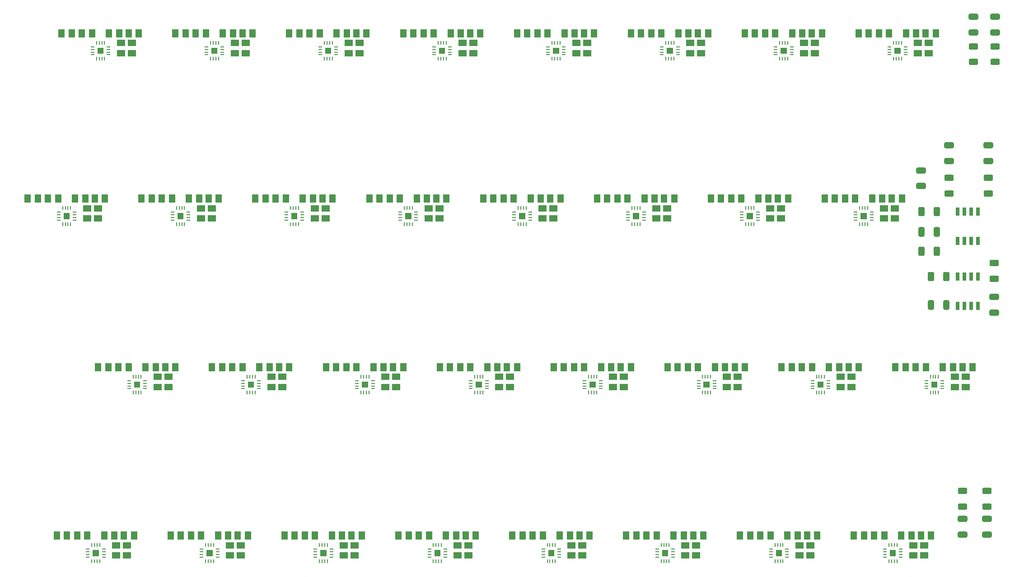
<source format=gbr>
%TF.GenerationSoftware,KiCad,Pcbnew,7.0.0*%
%TF.CreationDate,2024-03-13T15:59:32+01:00*%
%TF.ProjectId,TDM_board,54444d5f-626f-4617-9264-2e6b69636164,rev?*%
%TF.SameCoordinates,Original*%
%TF.FileFunction,Paste,Top*%
%TF.FilePolarity,Positive*%
%FSLAX46Y46*%
G04 Gerber Fmt 4.6, Leading zero omitted, Abs format (unit mm)*
G04 Created by KiCad (PCBNEW 7.0.0) date 2024-03-13 15:59:32*
%MOMM*%
%LPD*%
G01*
G04 APERTURE LIST*
G04 Aperture macros list*
%AMRoundRect*
0 Rectangle with rounded corners*
0 $1 Rounding radius*
0 $2 $3 $4 $5 $6 $7 $8 $9 X,Y pos of 4 corners*
0 Add a 4 corners polygon primitive as box body*
4,1,4,$2,$3,$4,$5,$6,$7,$8,$9,$2,$3,0*
0 Add four circle primitives for the rounded corners*
1,1,$1+$1,$2,$3*
1,1,$1+$1,$4,$5*
1,1,$1+$1,$6,$7*
1,1,$1+$1,$8,$9*
0 Add four rect primitives between the rounded corners*
20,1,$1+$1,$2,$3,$4,$5,0*
20,1,$1+$1,$4,$5,$6,$7,0*
20,1,$1+$1,$6,$7,$8,$9,0*
20,1,$1+$1,$8,$9,$2,$3,0*%
G04 Aperture macros list end*
%ADD10R,1.240000X1.500000*%
%ADD11R,0.280000X0.800000*%
%ADD12R,0.800000X0.280000*%
%ADD13RoundRect,0.250000X-0.650000X0.325000X-0.650000X-0.325000X0.650000X-0.325000X0.650000X0.325000X0*%
%ADD14R,1.500000X1.240000*%
%ADD15RoundRect,0.250000X0.650000X-0.325000X0.650000X0.325000X-0.650000X0.325000X-0.650000X-0.325000X0*%
%ADD16RoundRect,0.250000X0.312500X0.625000X-0.312500X0.625000X-0.312500X-0.625000X0.312500X-0.625000X0*%
%ADD17RoundRect,0.250000X0.625000X-0.312500X0.625000X0.312500X-0.625000X0.312500X-0.625000X-0.312500X0*%
%ADD18RoundRect,0.250000X0.325000X0.650000X-0.325000X0.650000X-0.325000X-0.650000X0.325000X-0.650000X0*%
%ADD19RoundRect,0.250000X-0.625000X0.312500X-0.625000X-0.312500X0.625000X-0.312500X0.625000X0.312500X0*%
%ADD20R,0.700000X1.550000*%
G04 APERTURE END LIST*
%TO.C,U21*%
G36*
X158859419Y-95567562D02*
G01*
X157716419Y-95567562D01*
X157716419Y-94424562D01*
X158859419Y-94424562D01*
X158859419Y-95567562D01*
G37*
%TO.C,U19*%
G36*
X116164213Y-95567562D02*
G01*
X115021213Y-95567562D01*
X115021213Y-94424562D01*
X116164213Y-94424562D01*
X116164213Y-95567562D01*
G37*
%TO.C,U18*%
G36*
X94816610Y-95567562D02*
G01*
X93673610Y-95567562D01*
X93673610Y-94424562D01*
X94816610Y-94424562D01*
X94816610Y-95567562D01*
G37*
%TO.C,U2*%
G36*
X87954577Y-32914796D02*
G01*
X86811577Y-32914796D01*
X86811577Y-31771796D01*
X87954577Y-31771796D01*
X87954577Y-32914796D01*
G37*
%TO.C,U32*%
G36*
X215126494Y-127194500D02*
G01*
X213983494Y-127194500D01*
X213983494Y-126051500D01*
X215126494Y-126051500D01*
X215126494Y-127194500D01*
G37*
%TO.C,U14*%
G36*
X166969738Y-63931276D02*
G01*
X165826738Y-63931276D01*
X165826738Y-62788276D01*
X166969738Y-62788276D01*
X166969738Y-63931276D01*
G37*
%TO.C,U4*%
G36*
X130632731Y-32914796D02*
G01*
X129489731Y-32914796D01*
X129489731Y-31771796D01*
X130632731Y-31771796D01*
X130632731Y-32914796D01*
G37*
%TO.C,U13*%
G36*
X145627500Y-63931276D02*
G01*
X144484500Y-63931276D01*
X144484500Y-62788276D01*
X145627500Y-62788276D01*
X145627500Y-63931276D01*
G37*
%TO.C,U10*%
G36*
X81600786Y-63931276D02*
G01*
X80457786Y-63931276D01*
X80457786Y-62788276D01*
X81600786Y-62788276D01*
X81600786Y-63931276D01*
G37*
%TO.C,U28*%
G36*
X129750498Y-127194500D02*
G01*
X128607498Y-127194500D01*
X128607498Y-126051500D01*
X129750498Y-126051500D01*
X129750498Y-127194500D01*
G37*
%TO.C,U5*%
G36*
X151971808Y-32914796D02*
G01*
X150828808Y-32914796D01*
X150828808Y-31771796D01*
X151971808Y-31771796D01*
X151971808Y-32914796D01*
G37*
%TO.C,U1*%
G36*
X66615500Y-32914796D02*
G01*
X65472500Y-32914796D01*
X65472500Y-31771796D01*
X66615500Y-31771796D01*
X66615500Y-32914796D01*
G37*
%TO.C,U6*%
G36*
X173310885Y-32914796D02*
G01*
X172167885Y-32914796D01*
X172167885Y-31771796D01*
X173310885Y-31771796D01*
X173310885Y-32914796D01*
G37*
%TO.C,U9*%
G36*
X60258548Y-63931276D02*
G01*
X59115548Y-63931276D01*
X59115548Y-62788276D01*
X60258548Y-62788276D01*
X60258548Y-63931276D01*
G37*
%TO.C,U8*%
G36*
X215989040Y-32914796D02*
G01*
X214846040Y-32914796D01*
X214846040Y-31771796D01*
X215989040Y-31771796D01*
X215989040Y-32914796D01*
G37*
%TO.C,U23*%
G36*
X201554625Y-95567562D02*
G01*
X200411625Y-95567562D01*
X200411625Y-94424562D01*
X201554625Y-94424562D01*
X201554625Y-95567562D01*
G37*
%TO.C,U11*%
G36*
X102943024Y-63931276D02*
G01*
X101800024Y-63931276D01*
X101800024Y-62788276D01*
X102943024Y-62788276D01*
X102943024Y-63931276D01*
G37*
%TO.C,U20*%
G36*
X137511816Y-95567562D02*
G01*
X136368816Y-95567562D01*
X136368816Y-94424562D01*
X137511816Y-94424562D01*
X137511816Y-95567562D01*
G37*
%TO.C,U31*%
G36*
X193782495Y-127194500D02*
G01*
X192639495Y-127194500D01*
X192639495Y-126051500D01*
X193782495Y-126051500D01*
X193782495Y-127194500D01*
G37*
%TO.C,U26*%
G36*
X87062500Y-127194500D02*
G01*
X85919500Y-127194500D01*
X85919500Y-126051500D01*
X87062500Y-126051500D01*
X87062500Y-127194500D01*
G37*
%TO.C,U29*%
G36*
X151094497Y-127194500D02*
G01*
X149951497Y-127194500D01*
X149951497Y-126051500D01*
X151094497Y-126051500D01*
X151094497Y-127194500D01*
G37*
%TO.C,U15*%
G36*
X188311976Y-63931276D02*
G01*
X187168976Y-63931276D01*
X187168976Y-62788276D01*
X188311976Y-62788276D01*
X188311976Y-63931276D01*
G37*
%TO.C,U27*%
G36*
X108406499Y-127194500D02*
G01*
X107263499Y-127194500D01*
X107263499Y-126051500D01*
X108406499Y-126051500D01*
X108406499Y-127194500D01*
G37*
%TO.C,U22*%
G36*
X180207022Y-95567562D02*
G01*
X179064022Y-95567562D01*
X179064022Y-94424562D01*
X180207022Y-94424562D01*
X180207022Y-95567562D01*
G37*
%TO.C,U3*%
G36*
X109293654Y-32914796D02*
G01*
X108150654Y-32914796D01*
X108150654Y-31771796D01*
X109293654Y-31771796D01*
X109293654Y-32914796D01*
G37*
%TO.C,U12*%
G36*
X124285262Y-63931276D02*
G01*
X123142262Y-63931276D01*
X123142262Y-62788276D01*
X124285262Y-62788276D01*
X124285262Y-63931276D01*
G37*
%TO.C,U30*%
G36*
X172438496Y-127194500D02*
G01*
X171295496Y-127194500D01*
X171295496Y-126051500D01*
X172438496Y-126051500D01*
X172438496Y-127194500D01*
G37*
%TO.C,U7*%
G36*
X194649962Y-32914796D02*
G01*
X193506962Y-32914796D01*
X193506962Y-31771796D01*
X194649962Y-31771796D01*
X194649962Y-32914796D01*
G37*
%TO.C,U16*%
G36*
X209654218Y-63931276D02*
G01*
X208511218Y-63931276D01*
X208511218Y-62788276D01*
X209654218Y-62788276D01*
X209654218Y-63931276D01*
G37*
%TO.C,U25*%
G36*
X65718501Y-127194500D02*
G01*
X64575501Y-127194500D01*
X64575501Y-126051500D01*
X65718501Y-126051500D01*
X65718501Y-127194500D01*
G37*
%TO.C,U17*%
G36*
X73469007Y-95567562D02*
G01*
X72326007Y-95567562D01*
X72326007Y-94424562D01*
X73469007Y-94424562D01*
X73469007Y-95567562D01*
G37*
%TO.C,U24*%
G36*
X222902231Y-95567562D02*
G01*
X221759231Y-95567562D01*
X221759231Y-94424562D01*
X222902231Y-94424562D01*
X222902231Y-95567562D01*
G37*
%TD*%
D10*
%TO.C,FB62*%
X191620994Y-123320999D03*
X189720994Y-123320999D03*
%TD*%
%TO.C,FB63*%
X216144993Y-123320999D03*
X218044993Y-123320999D03*
%TD*%
D11*
%TO.C,U21*%
X157537918Y-96496061D03*
X158037918Y-96496061D03*
X158537918Y-96496061D03*
X159037918Y-96496061D03*
D12*
X159787918Y-95746061D03*
X159787918Y-95246061D03*
X159787918Y-94746061D03*
X159787918Y-94246061D03*
D11*
X159037918Y-93496061D03*
X158537918Y-93496061D03*
X158037918Y-93496061D03*
X157537918Y-93496061D03*
D12*
X156787918Y-94246061D03*
X156787918Y-94746061D03*
X156787918Y-95246061D03*
X156787918Y-95746061D03*
%TD*%
D13*
%TO.C,C136*%
X225044000Y-50087000D03*
X225044000Y-53037000D03*
%TD*%
D14*
%TO.C,C90*%
X206825124Y-95438061D03*
X206825124Y-93538061D03*
%TD*%
D10*
%TO.C,C59*%
X182340475Y-60057775D03*
X180440475Y-60057775D03*
%TD*%
D14*
%TO.C,C33*%
X63497047Y-63801775D03*
X63497047Y-61901775D03*
%TD*%
D10*
%TO.C,FB58*%
X148932996Y-123320999D03*
X147032996Y-123320999D03*
%TD*%
%TO.C,FB9*%
X152990307Y-29041295D03*
X154890307Y-29041295D03*
%TD*%
D11*
%TO.C,U19*%
X114842712Y-96496061D03*
X115342712Y-96496061D03*
X115842712Y-96496061D03*
X116342712Y-96496061D03*
D12*
X117092712Y-95746061D03*
X117092712Y-95246061D03*
X117092712Y-94746061D03*
X117092712Y-94246061D03*
D11*
X116342712Y-93496061D03*
X115842712Y-93496061D03*
X115342712Y-93496061D03*
X114842712Y-93496061D03*
D12*
X114092712Y-94246061D03*
X114092712Y-94746061D03*
X114092712Y-95246061D03*
X114092712Y-95746061D03*
%TD*%
D11*
%TO.C,U18*%
X93495109Y-96496061D03*
X93995109Y-96496061D03*
X94495109Y-96496061D03*
X94995109Y-96496061D03*
D12*
X95745109Y-95746061D03*
X95745109Y-95246061D03*
X95745109Y-94746061D03*
X95745109Y-94246061D03*
D11*
X94995109Y-93496061D03*
X94495109Y-93496061D03*
X93995109Y-93496061D03*
X93495109Y-93496061D03*
D12*
X92745109Y-94246061D03*
X92745109Y-94746061D03*
X92745109Y-95246061D03*
X92745109Y-95746061D03*
%TD*%
D14*
%TO.C,C50*%
X150897999Y-63801775D03*
X150897999Y-61901775D03*
%TD*%
D10*
%TO.C,FB40*%
X135350315Y-91694061D03*
X133450315Y-91694061D03*
%TD*%
D11*
%TO.C,U2*%
X86633076Y-33843295D03*
X87133076Y-33843295D03*
X87633076Y-33843295D03*
X88133076Y-33843295D03*
D12*
X88883076Y-33093295D03*
X88883076Y-32593295D03*
X88883076Y-32093295D03*
X88883076Y-31593295D03*
D11*
X88133076Y-30843295D03*
X87633076Y-30843295D03*
X87133076Y-30843295D03*
X86633076Y-30843295D03*
D12*
X85883076Y-31593295D03*
X85883076Y-32093295D03*
X85883076Y-32593295D03*
X85883076Y-33093295D03*
%TD*%
D10*
%TO.C,FB39*%
X138530315Y-91694061D03*
X140430315Y-91694061D03*
%TD*%
%TO.C,FB47*%
X223920730Y-91694061D03*
X225820730Y-91694061D03*
%TD*%
D14*
%TO.C,C49*%
X148865999Y-63801775D03*
X148865999Y-61901775D03*
%TD*%
D10*
%TO.C,FB31*%
X210672717Y-60057775D03*
X212572717Y-60057775D03*
%TD*%
D11*
%TO.C,U32*%
X213804993Y-128122999D03*
X214304993Y-128122999D03*
X214804993Y-128122999D03*
X215304993Y-128122999D03*
D12*
X216054993Y-127372999D03*
X216054993Y-126872999D03*
X216054993Y-126372999D03*
X216054993Y-125872999D03*
D11*
X215304993Y-125122999D03*
X214804993Y-125122999D03*
X214304993Y-125122999D03*
X213804993Y-125122999D03*
D12*
X213054993Y-125872999D03*
X213054993Y-126372999D03*
X213054993Y-126872999D03*
X213054993Y-127372999D03*
%TD*%
D11*
%TO.C,U14*%
X165648237Y-64859775D03*
X166148237Y-64859775D03*
X166648237Y-64859775D03*
X167148237Y-64859775D03*
D12*
X167898237Y-64109775D03*
X167898237Y-63609775D03*
X167898237Y-63109775D03*
X167898237Y-62609775D03*
D11*
X167148237Y-61859775D03*
X166648237Y-61859775D03*
X166148237Y-61859775D03*
X165648237Y-61859775D03*
D12*
X164898237Y-62609775D03*
X164898237Y-63109775D03*
X164898237Y-63609775D03*
X164898237Y-64109775D03*
%TD*%
D10*
%TO.C,C123*%
X187810994Y-123320999D03*
X185910994Y-123320999D03*
%TD*%
D14*
%TO.C,C70*%
X100087109Y-95438061D03*
X100087109Y-93538061D03*
%TD*%
D10*
%TO.C,FB35*%
X95835109Y-91694061D03*
X97735109Y-91694061D03*
%TD*%
D14*
%TO.C,C77*%
X140750315Y-95438061D03*
X140750315Y-93538061D03*
%TD*%
D15*
%TO.C,C133*%
X227584000Y-123141000D03*
X227584000Y-120191000D03*
%TD*%
D11*
%TO.C,U4*%
X129311230Y-33843295D03*
X129811230Y-33843295D03*
X130311230Y-33843295D03*
X130811230Y-33843295D03*
D12*
X131561230Y-33093295D03*
X131561230Y-32593295D03*
X131561230Y-32093295D03*
X131561230Y-31593295D03*
D11*
X130811230Y-30843295D03*
X130311230Y-30843295D03*
X129811230Y-30843295D03*
X129311230Y-30843295D03*
D12*
X128561230Y-31593295D03*
X128561230Y-32093295D03*
X128561230Y-32593295D03*
X128561230Y-33093295D03*
%TD*%
D10*
%TO.C,C48*%
X128986761Y-60057775D03*
X130886761Y-60057775D03*
%TD*%
%TO.C,C27*%
X188678461Y-29041295D03*
X186778461Y-29041295D03*
%TD*%
%TO.C,C15*%
X124661230Y-29041295D03*
X122761230Y-29041295D03*
%TD*%
%TO.C,FB15*%
X217007539Y-29041295D03*
X218907539Y-29041295D03*
%TD*%
D14*
%TO.C,C102*%
X92332999Y-127064999D03*
X92332999Y-125164999D03*
%TD*%
%TO.C,C2*%
X71885999Y-32785295D03*
X71885999Y-30885295D03*
%TD*%
D10*
%TO.C,FB21*%
X103961523Y-60057775D03*
X105861523Y-60057775D03*
%TD*%
D11*
%TO.C,U13*%
X144305999Y-64859775D03*
X144805999Y-64859775D03*
X145305999Y-64859775D03*
X145805999Y-64859775D03*
D12*
X146555999Y-64109775D03*
X146555999Y-63609775D03*
X146555999Y-63109775D03*
X146555999Y-62609775D03*
D11*
X145805999Y-61859775D03*
X145305999Y-61859775D03*
X144805999Y-61859775D03*
X144305999Y-61859775D03*
D12*
X143555999Y-62609775D03*
X143555999Y-63109775D03*
X143555999Y-63609775D03*
X143555999Y-64109775D03*
%TD*%
D10*
%TO.C,C124*%
X198483994Y-123320999D03*
X200383994Y-123320999D03*
%TD*%
%TO.C,FB8*%
X128471230Y-29041295D03*
X126571230Y-29041295D03*
%TD*%
%TO.C,C72*%
X99518109Y-91694061D03*
X101418109Y-91694061D03*
%TD*%
D11*
%TO.C,U10*%
X80279285Y-64859775D03*
X80779285Y-64859775D03*
X81279285Y-64859775D03*
X81779285Y-64859775D03*
D12*
X82529285Y-64109775D03*
X82529285Y-63609775D03*
X82529285Y-63109775D03*
X82529285Y-62609775D03*
D11*
X81779285Y-61859775D03*
X81279285Y-61859775D03*
X80779285Y-61859775D03*
X80279285Y-61859775D03*
D12*
X79529285Y-62609775D03*
X79529285Y-63109775D03*
X79529285Y-63609775D03*
X79529285Y-64109775D03*
%TD*%
D10*
%TO.C,FB32*%
X207492717Y-60057775D03*
X205592717Y-60057775D03*
%TD*%
D11*
%TO.C,U28*%
X128428997Y-128122999D03*
X128928997Y-128122999D03*
X129428997Y-128122999D03*
X129928997Y-128122999D03*
D12*
X130678997Y-127372999D03*
X130678997Y-126872999D03*
X130678997Y-126372999D03*
X130678997Y-125872999D03*
D11*
X129928997Y-125122999D03*
X129428997Y-125122999D03*
X128928997Y-125122999D03*
X128428997Y-125122999D03*
D12*
X127678997Y-125872999D03*
X127678997Y-126372999D03*
X127678997Y-126872999D03*
X127678997Y-127372999D03*
%TD*%
D10*
%TO.C,C28*%
X199351461Y-29041295D03*
X201251461Y-29041295D03*
%TD*%
%TO.C,C51*%
X139655999Y-60057775D03*
X137755999Y-60057775D03*
%TD*%
%TO.C,FB28*%
X164808237Y-60057775D03*
X162908237Y-60057775D03*
%TD*%
D11*
%TO.C,U5*%
X150650307Y-33843295D03*
X151150307Y-33843295D03*
X151650307Y-33843295D03*
X152150307Y-33843295D03*
D12*
X152900307Y-33093295D03*
X152900307Y-32593295D03*
X152900307Y-32093295D03*
X152900307Y-31593295D03*
D11*
X152150307Y-30843295D03*
X151650307Y-30843295D03*
X151150307Y-30843295D03*
X150650307Y-30843295D03*
D12*
X149900307Y-31593295D03*
X149900307Y-32093295D03*
X149900307Y-32593295D03*
X149900307Y-33093295D03*
%TD*%
D14*
%TO.C,C81*%
X162097918Y-95438061D03*
X162097918Y-93538061D03*
%TD*%
%TO.C,C46*%
X129555761Y-63801775D03*
X129555761Y-61901775D03*
%TD*%
%TO.C,C22*%
X178581384Y-32785295D03*
X178581384Y-30885295D03*
%TD*%
D10*
%TO.C,C80*%
X142213315Y-91694061D03*
X144113315Y-91694061D03*
%TD*%
%TO.C,FB12*%
X171149384Y-29041295D03*
X169249384Y-29041295D03*
%TD*%
D14*
%TO.C,C89*%
X204793124Y-95438061D03*
X204793124Y-93538061D03*
%TD*%
D16*
%TO.C,R33*%
X222823500Y-62484000D03*
X219898500Y-62484000D03*
%TD*%
D10*
%TO.C,FB25*%
X146645999Y-60057775D03*
X148545999Y-60057775D03*
%TD*%
%TO.C,C107*%
X102434998Y-123320999D03*
X100534998Y-123320999D03*
%TD*%
D11*
%TO.C,U1*%
X65293999Y-33843295D03*
X65793999Y-33843295D03*
X66293999Y-33843295D03*
X66793999Y-33843295D03*
D12*
X67543999Y-33093295D03*
X67543999Y-32593295D03*
X67543999Y-32093295D03*
X67543999Y-31593295D03*
D11*
X66793999Y-30843295D03*
X66293999Y-30843295D03*
X65793999Y-30843295D03*
X65293999Y-30843295D03*
D12*
X64543999Y-31593295D03*
X64543999Y-32093295D03*
X64543999Y-32593295D03*
X64543999Y-33093295D03*
%TD*%
D17*
%TO.C,R25*%
X229616000Y-34421000D03*
X229616000Y-31496000D03*
%TD*%
D13*
%TO.C,C134*%
X232410000Y-50087000D03*
X232410000Y-53037000D03*
%TD*%
D10*
%TO.C,FB61*%
X194800994Y-123320999D03*
X196700994Y-123320999D03*
%TD*%
%TO.C,C35*%
X54287047Y-60057775D03*
X52387047Y-60057775D03*
%TD*%
D14*
%TO.C,C125*%
X218364993Y-127064999D03*
X218364993Y-125164999D03*
%TD*%
D10*
%TO.C,FB34*%
X71307506Y-91694061D03*
X69407506Y-91694061D03*
%TD*%
%TO.C,FB2*%
X64453999Y-29041295D03*
X62553999Y-29041295D03*
%TD*%
D14*
%TO.C,C114*%
X156364996Y-127064999D03*
X156364996Y-125164999D03*
%TD*%
D10*
%TO.C,C3*%
X60643999Y-29041295D03*
X58743999Y-29041295D03*
%TD*%
%TO.C,FB6*%
X107132153Y-29041295D03*
X105232153Y-29041295D03*
%TD*%
%TO.C,FB51*%
X88080999Y-123320999D03*
X89980999Y-123320999D03*
%TD*%
D14*
%TO.C,C78*%
X142782315Y-95438061D03*
X142782315Y-93538061D03*
%TD*%
D10*
%TO.C,C115*%
X145122996Y-123320999D03*
X143222996Y-123320999D03*
%TD*%
D16*
%TO.C,R26*%
X222823500Y-69977000D03*
X219898500Y-69977000D03*
%TD*%
D10*
%TO.C,C8*%
X92656076Y-29041295D03*
X94556076Y-29041295D03*
%TD*%
%TO.C,C44*%
X107644523Y-60057775D03*
X109544523Y-60057775D03*
%TD*%
%TO.C,FB59*%
X173456995Y-123320999D03*
X175356995Y-123320999D03*
%TD*%
%TO.C,FB37*%
X117182712Y-91694061D03*
X119082712Y-91694061D03*
%TD*%
D14*
%TO.C,C25*%
X197888461Y-32785295D03*
X197888461Y-30885295D03*
%TD*%
D10*
%TO.C,FB22*%
X100781523Y-60057775D03*
X98881523Y-60057775D03*
%TD*%
%TO.C,FB17*%
X61277047Y-60057775D03*
X63177047Y-60057775D03*
%TD*%
%TO.C,C95*%
X216930730Y-91694061D03*
X215030730Y-91694061D03*
%TD*%
%TO.C,C60*%
X193013475Y-60057775D03*
X194913475Y-60057775D03*
%TD*%
%TO.C,FB44*%
X178045521Y-91694061D03*
X176145521Y-91694061D03*
%TD*%
D14*
%TO.C,C26*%
X199920461Y-32785295D03*
X199920461Y-30885295D03*
%TD*%
D10*
%TO.C,C116*%
X155795996Y-123320999D03*
X157695996Y-123320999D03*
%TD*%
D14*
%TO.C,C109*%
X132988997Y-127064999D03*
X132988997Y-125164999D03*
%TD*%
D10*
%TO.C,FB23*%
X125303761Y-60057775D03*
X127203761Y-60057775D03*
%TD*%
%TO.C,C103*%
X81090999Y-123320999D03*
X79190999Y-123320999D03*
%TD*%
D14*
%TO.C,C101*%
X90300999Y-127064999D03*
X90300999Y-125164999D03*
%TD*%
D11*
%TO.C,U6*%
X171989384Y-33843295D03*
X172489384Y-33843295D03*
X172989384Y-33843295D03*
X173489384Y-33843295D03*
D12*
X174239384Y-33093295D03*
X174239384Y-32593295D03*
X174239384Y-32093295D03*
X174239384Y-31593295D03*
D11*
X173489384Y-30843295D03*
X172989384Y-30843295D03*
X172489384Y-30843295D03*
X171989384Y-30843295D03*
D12*
X171239384Y-31593295D03*
X171239384Y-32093295D03*
X171239384Y-32593295D03*
X171239384Y-33093295D03*
%TD*%
D10*
%TO.C,FB43*%
X181225521Y-91694061D03*
X183125521Y-91694061D03*
%TD*%
%TO.C,C111*%
X123778997Y-123320999D03*
X121878997Y-123320999D03*
%TD*%
D14*
%TO.C,C38*%
X86871285Y-63801775D03*
X86871285Y-61901775D03*
%TD*%
%TO.C,C53*%
X170208237Y-63801775D03*
X170208237Y-61901775D03*
%TD*%
D10*
%TO.C,FB54*%
X106244998Y-123320999D03*
X104344998Y-123320999D03*
%TD*%
D14*
%TO.C,C66*%
X78739506Y-95438061D03*
X78739506Y-93538061D03*
%TD*%
%TO.C,C29*%
X219227539Y-32785295D03*
X219227539Y-30885295D03*
%TD*%
D18*
%TO.C,C131*%
X222836000Y-66294000D03*
X219886000Y-66294000D03*
%TD*%
D19*
%TO.C,R30*%
X232410000Y-56195500D03*
X232410000Y-59120500D03*
%TD*%
D14*
%TO.C,C122*%
X199052994Y-127064999D03*
X199052994Y-125164999D03*
%TD*%
D11*
%TO.C,U9*%
X58937047Y-64859775D03*
X59437047Y-64859775D03*
X59937047Y-64859775D03*
X60437047Y-64859775D03*
D12*
X61187047Y-64109775D03*
X61187047Y-63609775D03*
X61187047Y-63109775D03*
X61187047Y-62609775D03*
D11*
X60437047Y-61859775D03*
X59937047Y-61859775D03*
X59437047Y-61859775D03*
X58937047Y-61859775D03*
D12*
X58187047Y-62609775D03*
X58187047Y-63109775D03*
X58187047Y-63609775D03*
X58187047Y-64109775D03*
%TD*%
D11*
%TO.C,U8*%
X214667539Y-33843295D03*
X215167539Y-33843295D03*
X215667539Y-33843295D03*
X216167539Y-33843295D03*
D12*
X216917539Y-33093295D03*
X216917539Y-32593295D03*
X216917539Y-32093295D03*
X216917539Y-31593295D03*
D11*
X216167539Y-30843295D03*
X215667539Y-30843295D03*
X215167539Y-30843295D03*
X214667539Y-30843295D03*
D12*
X213917539Y-31593295D03*
X213917539Y-32093295D03*
X213917539Y-32593295D03*
X213917539Y-33093295D03*
%TD*%
D10*
%TO.C,FB38*%
X114002712Y-91694061D03*
X112102712Y-91694061D03*
%TD*%
%TO.C,FB55*%
X130768997Y-123320999D03*
X132668997Y-123320999D03*
%TD*%
D14*
%TO.C,C42*%
X108213523Y-63801775D03*
X108213523Y-61901775D03*
%TD*%
D19*
%TO.C,R29*%
X227584000Y-114931000D03*
X227584000Y-117856000D03*
%TD*%
D14*
%TO.C,C54*%
X172240237Y-63801775D03*
X172240237Y-61901775D03*
%TD*%
D11*
%TO.C,U23*%
X200233124Y-96496061D03*
X200733124Y-96496061D03*
X201233124Y-96496061D03*
X201733124Y-96496061D03*
D12*
X202483124Y-95746061D03*
X202483124Y-95246061D03*
X202483124Y-94746061D03*
X202483124Y-94246061D03*
D11*
X201733124Y-93496061D03*
X201233124Y-93496061D03*
X200733124Y-93496061D03*
X200233124Y-93496061D03*
D12*
X199483124Y-94246061D03*
X199483124Y-94746061D03*
X199483124Y-95246061D03*
X199483124Y-95746061D03*
%TD*%
D10*
%TO.C,C108*%
X113107998Y-123320999D03*
X115007998Y-123320999D03*
%TD*%
%TO.C,C24*%
X178012384Y-29041295D03*
X179912384Y-29041295D03*
%TD*%
D14*
%TO.C,C41*%
X106181523Y-63801775D03*
X106181523Y-61901775D03*
%TD*%
D10*
%TO.C,C84*%
X163560918Y-91694061D03*
X165460918Y-91694061D03*
%TD*%
%TO.C,C112*%
X134451997Y-123320999D03*
X136351997Y-123320999D03*
%TD*%
%TO.C,FB49*%
X66737000Y-123320999D03*
X68637000Y-123320999D03*
%TD*%
%TO.C,C96*%
X227603730Y-91694061D03*
X229503730Y-91694061D03*
%TD*%
%TO.C,C55*%
X160998237Y-60057775D03*
X159098237Y-60057775D03*
%TD*%
%TO.C,FB45*%
X202573124Y-91694061D03*
X204473124Y-91694061D03*
%TD*%
%TO.C,C39*%
X75629285Y-60057775D03*
X73729285Y-60057775D03*
%TD*%
D14*
%TO.C,C5*%
X91193076Y-32785295D03*
X91193076Y-30885295D03*
%TD*%
D10*
%TO.C,FB24*%
X122123761Y-60057775D03*
X120223761Y-60057775D03*
%TD*%
%TO.C,C67*%
X67497506Y-91694061D03*
X65597506Y-91694061D03*
%TD*%
%TO.C,C4*%
X71316999Y-29041295D03*
X73216999Y-29041295D03*
%TD*%
%TO.C,FB13*%
X195668461Y-29041295D03*
X197568461Y-29041295D03*
%TD*%
%TO.C,C79*%
X131540315Y-91694061D03*
X129640315Y-91694061D03*
%TD*%
D14*
%TO.C,C94*%
X228172730Y-95438061D03*
X228172730Y-93538061D03*
%TD*%
%TO.C,C86*%
X185477521Y-95438061D03*
X185477521Y-93538061D03*
%TD*%
D10*
%TO.C,C36*%
X64960047Y-60057775D03*
X66860047Y-60057775D03*
%TD*%
%TO.C,FB27*%
X167988237Y-60057775D03*
X169888237Y-60057775D03*
%TD*%
D11*
%TO.C,U11*%
X101621523Y-64859775D03*
X102121523Y-64859775D03*
X102621523Y-64859775D03*
X103121523Y-64859775D03*
D12*
X103871523Y-64109775D03*
X103871523Y-63609775D03*
X103871523Y-63109775D03*
X103871523Y-62609775D03*
D11*
X103121523Y-61859775D03*
X102621523Y-61859775D03*
X102121523Y-61859775D03*
X101621523Y-61859775D03*
D12*
X100871523Y-62609775D03*
X100871523Y-63109775D03*
X100871523Y-63609775D03*
X100871523Y-64109775D03*
%TD*%
D11*
%TO.C,U20*%
X136190315Y-96496061D03*
X136690315Y-96496061D03*
X137190315Y-96496061D03*
X137690315Y-96496061D03*
D12*
X138440315Y-95746061D03*
X138440315Y-95246061D03*
X138440315Y-94746061D03*
X138440315Y-94246061D03*
D11*
X137690315Y-93496061D03*
X137190315Y-93496061D03*
X136690315Y-93496061D03*
X136190315Y-93496061D03*
D12*
X135440315Y-94246061D03*
X135440315Y-94746061D03*
X135440315Y-95246061D03*
X135440315Y-95746061D03*
%TD*%
D14*
%TO.C,C17*%
X155210307Y-32785295D03*
X155210307Y-30885295D03*
%TD*%
%TO.C,C121*%
X197020994Y-127064999D03*
X197020994Y-125164999D03*
%TD*%
D10*
%TO.C,FB18*%
X58097047Y-60057775D03*
X56197047Y-60057775D03*
%TD*%
%TO.C,C88*%
X184908521Y-91694061D03*
X186808521Y-91694061D03*
%TD*%
D11*
%TO.C,U31*%
X192460994Y-128122999D03*
X192960994Y-128122999D03*
X193460994Y-128122999D03*
X193960994Y-128122999D03*
D12*
X194710994Y-127372999D03*
X194710994Y-126872999D03*
X194710994Y-126372999D03*
X194710994Y-125872999D03*
D11*
X193960994Y-125122999D03*
X193460994Y-125122999D03*
X192960994Y-125122999D03*
X192460994Y-125122999D03*
D12*
X191710994Y-125872999D03*
X191710994Y-126372999D03*
X191710994Y-126872999D03*
X191710994Y-127372999D03*
%TD*%
D14*
%TO.C,C113*%
X154332996Y-127064999D03*
X154332996Y-125164999D03*
%TD*%
%TO.C,C74*%
X121434712Y-95438061D03*
X121434712Y-93538061D03*
%TD*%
D10*
%TO.C,C92*%
X206256124Y-91694061D03*
X208156124Y-91694061D03*
%TD*%
%TO.C,FB53*%
X109424998Y-123320999D03*
X111324998Y-123320999D03*
%TD*%
%TO.C,FB60*%
X170276995Y-123320999D03*
X168376995Y-123320999D03*
%TD*%
%TO.C,C128*%
X219827993Y-123320999D03*
X221727993Y-123320999D03*
%TD*%
D14*
%TO.C,C10*%
X114564153Y-32785295D03*
X114564153Y-30885295D03*
%TD*%
D10*
%TO.C,FB30*%
X186150475Y-60057775D03*
X184250475Y-60057775D03*
%TD*%
%TO.C,C12*%
X113995153Y-29041295D03*
X115895153Y-29041295D03*
%TD*%
%TO.C,C127*%
X209154993Y-123320999D03*
X207254993Y-123320999D03*
%TD*%
%TO.C,FB46*%
X199393124Y-91694061D03*
X197493124Y-91694061D03*
%TD*%
D14*
%TO.C,C13*%
X133871230Y-32785295D03*
X133871230Y-30885295D03*
%TD*%
%TO.C,C57*%
X191550475Y-63801775D03*
X191550475Y-61901775D03*
%TD*%
D10*
%TO.C,FB3*%
X88973076Y-29041295D03*
X90873076Y-29041295D03*
%TD*%
D14*
%TO.C,C30*%
X221259539Y-32785295D03*
X221259539Y-30885295D03*
%TD*%
D10*
%TO.C,FB16*%
X213827539Y-29041295D03*
X211927539Y-29041295D03*
%TD*%
D18*
%TO.C,C132*%
X224614000Y-80010000D03*
X221664000Y-80010000D03*
%TD*%
D10*
%TO.C,C87*%
X174235521Y-91694061D03*
X172335521Y-91694061D03*
%TD*%
D20*
%TO.C,IC2*%
X230504999Y-62552999D03*
X229234999Y-62552999D03*
X227964999Y-62552999D03*
X226694999Y-62552999D03*
X226694999Y-68002999D03*
X227964999Y-68002999D03*
X229234999Y-68002999D03*
X230504999Y-68002999D03*
%TD*%
D14*
%TO.C,C62*%
X214924717Y-63801775D03*
X214924717Y-61901775D03*
%TD*%
D10*
%TO.C,FB29*%
X189330475Y-60057775D03*
X191230475Y-60057775D03*
%TD*%
%TO.C,FB48*%
X220740730Y-91694061D03*
X218840730Y-91694061D03*
%TD*%
%TO.C,FB52*%
X84900999Y-123320999D03*
X83000999Y-123320999D03*
%TD*%
%TO.C,FB11*%
X174329384Y-29041295D03*
X176229384Y-29041295D03*
%TD*%
%TO.C,C47*%
X118313761Y-60057775D03*
X116413761Y-60057775D03*
%TD*%
D14*
%TO.C,C110*%
X135020997Y-127064999D03*
X135020997Y-125164999D03*
%TD*%
D10*
%TO.C,FB19*%
X82619285Y-60057775D03*
X84519285Y-60057775D03*
%TD*%
%TO.C,C31*%
X210017539Y-29041295D03*
X208117539Y-29041295D03*
%TD*%
D14*
%TO.C,C105*%
X111644998Y-127064999D03*
X111644998Y-125164999D03*
%TD*%
%TO.C,C117*%
X175676995Y-127064999D03*
X175676995Y-125164999D03*
%TD*%
D17*
%TO.C,R27*%
X233553000Y-75122500D03*
X233553000Y-72197500D03*
%TD*%
D10*
%TO.C,C75*%
X110192712Y-91694061D03*
X108292712Y-91694061D03*
%TD*%
D14*
%TO.C,C18*%
X157242307Y-32785295D03*
X157242307Y-30885295D03*
%TD*%
%TO.C,C14*%
X135903230Y-32785295D03*
X135903230Y-30885295D03*
%TD*%
D10*
%TO.C,FB7*%
X131651230Y-29041295D03*
X133551230Y-29041295D03*
%TD*%
%TO.C,C91*%
X195583124Y-91694061D03*
X193683124Y-91694061D03*
%TD*%
D14*
%TO.C,C93*%
X226140730Y-95438061D03*
X226140730Y-93538061D03*
%TD*%
D10*
%TO.C,C63*%
X203682717Y-60057775D03*
X201782717Y-60057775D03*
%TD*%
%TO.C,FB36*%
X92655109Y-91694061D03*
X90755109Y-91694061D03*
%TD*%
%TO.C,C104*%
X91763999Y-123320999D03*
X93663999Y-123320999D03*
%TD*%
%TO.C,FB10*%
X149810307Y-29041295D03*
X147910307Y-29041295D03*
%TD*%
%TO.C,C83*%
X152887918Y-91694061D03*
X150987918Y-91694061D03*
%TD*%
D14*
%TO.C,C1*%
X69853999Y-32785295D03*
X69853999Y-30885295D03*
%TD*%
D11*
%TO.C,U26*%
X85740999Y-128122999D03*
X86240999Y-128122999D03*
X86740999Y-128122999D03*
X87240999Y-128122999D03*
D12*
X87990999Y-127372999D03*
X87990999Y-126872999D03*
X87990999Y-126372999D03*
X87990999Y-125872999D03*
D11*
X87240999Y-125122999D03*
X86740999Y-125122999D03*
X86240999Y-125122999D03*
X85740999Y-125122999D03*
D12*
X84990999Y-125872999D03*
X84990999Y-126372999D03*
X84990999Y-126872999D03*
X84990999Y-127372999D03*
%TD*%
D10*
%TO.C,C11*%
X103322153Y-29041295D03*
X101422153Y-29041295D03*
%TD*%
D14*
%TO.C,C69*%
X98055109Y-95438061D03*
X98055109Y-93538061D03*
%TD*%
D10*
%TO.C,C52*%
X150328999Y-60057775D03*
X152228999Y-60057775D03*
%TD*%
D14*
%TO.C,C9*%
X112532153Y-32785295D03*
X112532153Y-30885295D03*
%TD*%
D10*
%TO.C,FB50*%
X63557000Y-123320999D03*
X61657000Y-123320999D03*
%TD*%
D11*
%TO.C,U29*%
X149772996Y-128122999D03*
X150272996Y-128122999D03*
X150772996Y-128122999D03*
X151272996Y-128122999D03*
D12*
X152022996Y-127372999D03*
X152022996Y-126872999D03*
X152022996Y-126372999D03*
X152022996Y-125872999D03*
D11*
X151272996Y-125122999D03*
X150772996Y-125122999D03*
X150272996Y-125122999D03*
X149772996Y-125122999D03*
D12*
X149022996Y-125872999D03*
X149022996Y-126372999D03*
X149022996Y-126872999D03*
X149022996Y-127372999D03*
%TD*%
D10*
%TO.C,FB33*%
X74487506Y-91694061D03*
X76387506Y-91694061D03*
%TD*%
%TO.C,C20*%
X156673307Y-29041295D03*
X158573307Y-29041295D03*
%TD*%
D14*
%TO.C,C65*%
X76707506Y-95438061D03*
X76707506Y-93538061D03*
%TD*%
D11*
%TO.C,U15*%
X186990475Y-64859775D03*
X187490475Y-64859775D03*
X187990475Y-64859775D03*
X188490475Y-64859775D03*
D12*
X189240475Y-64109775D03*
X189240475Y-63609775D03*
X189240475Y-63109775D03*
X189240475Y-62609775D03*
D11*
X188490475Y-61859775D03*
X187990475Y-61859775D03*
X187490475Y-61859775D03*
X186990475Y-61859775D03*
D12*
X186240475Y-62609775D03*
X186240475Y-63109775D03*
X186240475Y-63609775D03*
X186240475Y-64109775D03*
%TD*%
D11*
%TO.C,U27*%
X107084998Y-128122999D03*
X107584998Y-128122999D03*
X108084998Y-128122999D03*
X108584998Y-128122999D03*
D12*
X109334998Y-127372999D03*
X109334998Y-126872999D03*
X109334998Y-126372999D03*
X109334998Y-125872999D03*
D11*
X108584998Y-125122999D03*
X108084998Y-125122999D03*
X107584998Y-125122999D03*
X107084998Y-125122999D03*
D12*
X106334998Y-125872999D03*
X106334998Y-126372999D03*
X106334998Y-126872999D03*
X106334998Y-127372999D03*
%TD*%
D14*
%TO.C,C37*%
X84839285Y-63801775D03*
X84839285Y-61901775D03*
%TD*%
D11*
%TO.C,U22*%
X178885521Y-96496061D03*
X179385521Y-96496061D03*
X179885521Y-96496061D03*
X180385521Y-96496061D03*
D12*
X181135521Y-95746061D03*
X181135521Y-95246061D03*
X181135521Y-94746061D03*
X181135521Y-94246061D03*
D11*
X180385521Y-93496061D03*
X179885521Y-93496061D03*
X179385521Y-93496061D03*
X178885521Y-93496061D03*
D12*
X178135521Y-94246061D03*
X178135521Y-94746061D03*
X178135521Y-95246061D03*
X178135521Y-95746061D03*
%TD*%
D17*
%TO.C,R31*%
X233680000Y-34421000D03*
X233680000Y-31496000D03*
%TD*%
%TO.C,R32*%
X225044000Y-59120500D03*
X225044000Y-56195500D03*
%TD*%
D11*
%TO.C,U3*%
X107972153Y-33843295D03*
X108472153Y-33843295D03*
X108972153Y-33843295D03*
X109472153Y-33843295D03*
D12*
X110222153Y-33093295D03*
X110222153Y-32593295D03*
X110222153Y-32093295D03*
X110222153Y-31593295D03*
D11*
X109472153Y-30843295D03*
X108972153Y-30843295D03*
X108472153Y-30843295D03*
X107972153Y-30843295D03*
D12*
X107222153Y-31593295D03*
X107222153Y-32093295D03*
X107222153Y-32593295D03*
X107222153Y-33093295D03*
%TD*%
D10*
%TO.C,C68*%
X78170506Y-91694061D03*
X80070506Y-91694061D03*
%TD*%
D15*
%TO.C,C129*%
X233553000Y-81485000D03*
X233553000Y-78535000D03*
%TD*%
D14*
%TO.C,C98*%
X70989000Y-127064999D03*
X70989000Y-125164999D03*
%TD*%
D11*
%TO.C,U12*%
X122963761Y-64859775D03*
X123463761Y-64859775D03*
X123963761Y-64859775D03*
X124463761Y-64859775D03*
D12*
X125213761Y-64109775D03*
X125213761Y-63609775D03*
X125213761Y-63109775D03*
X125213761Y-62609775D03*
D11*
X124463761Y-61859775D03*
X123963761Y-61859775D03*
X123463761Y-61859775D03*
X122963761Y-61859775D03*
D12*
X122213761Y-62609775D03*
X122213761Y-63109775D03*
X122213761Y-63609775D03*
X122213761Y-64109775D03*
%TD*%
D14*
%TO.C,C34*%
X65529047Y-63801775D03*
X65529047Y-61901775D03*
%TD*%
D11*
%TO.C,U30*%
X171116995Y-128122999D03*
X171616995Y-128122999D03*
X172116995Y-128122999D03*
X172616995Y-128122999D03*
D12*
X173366995Y-127372999D03*
X173366995Y-126872999D03*
X173366995Y-126372999D03*
X173366995Y-125872999D03*
D11*
X172616995Y-125122999D03*
X172116995Y-125122999D03*
X171616995Y-125122999D03*
X171116995Y-125122999D03*
D12*
X170366995Y-125872999D03*
X170366995Y-126372999D03*
X170366995Y-126872999D03*
X170366995Y-127372999D03*
%TD*%
D10*
%TO.C,C100*%
X70420000Y-123320999D03*
X72320000Y-123320999D03*
%TD*%
%TO.C,FB26*%
X143465999Y-60057775D03*
X141565999Y-60057775D03*
%TD*%
D14*
%TO.C,C85*%
X183445521Y-95438061D03*
X183445521Y-93538061D03*
%TD*%
%TO.C,C73*%
X119402712Y-95438061D03*
X119402712Y-93538061D03*
%TD*%
D10*
%TO.C,FB4*%
X85793076Y-29041295D03*
X83893076Y-29041295D03*
%TD*%
D19*
%TO.C,R34*%
X232156000Y-114931000D03*
X232156000Y-117856000D03*
%TD*%
D14*
%TO.C,C106*%
X113676998Y-127064999D03*
X113676998Y-125164999D03*
%TD*%
D10*
%TO.C,FB42*%
X156697918Y-91694061D03*
X154797918Y-91694061D03*
%TD*%
%TO.C,C32*%
X220690539Y-29041295D03*
X222590539Y-29041295D03*
%TD*%
%TO.C,C7*%
X81983076Y-29041295D03*
X80083076Y-29041295D03*
%TD*%
%TO.C,C43*%
X96971523Y-60057775D03*
X95071523Y-60057775D03*
%TD*%
D14*
%TO.C,C82*%
X164129918Y-95438061D03*
X164129918Y-93538061D03*
%TD*%
D10*
%TO.C,FB57*%
X152112996Y-123320999D03*
X154012996Y-123320999D03*
%TD*%
D13*
%TO.C,C135*%
X233680000Y-25957000D03*
X233680000Y-28907000D03*
%TD*%
D10*
%TO.C,FB1*%
X67633999Y-29041295D03*
X69533999Y-29041295D03*
%TD*%
%TO.C,FB64*%
X212964993Y-123320999D03*
X211064993Y-123320999D03*
%TD*%
D20*
%TO.C,IC1*%
X230504999Y-74744999D03*
X229234999Y-74744999D03*
X227964999Y-74744999D03*
X226694999Y-74744999D03*
X226694999Y-80194999D03*
X227964999Y-80194999D03*
X229234999Y-80194999D03*
X230504999Y-80194999D03*
%TD*%
D10*
%TO.C,C16*%
X135334230Y-29041295D03*
X137234230Y-29041295D03*
%TD*%
%TO.C,C71*%
X88845109Y-91694061D03*
X86945109Y-91694061D03*
%TD*%
D16*
%TO.C,R28*%
X224601500Y-74676000D03*
X221676500Y-74676000D03*
%TD*%
D10*
%TO.C,FB14*%
X192488461Y-29041295D03*
X190588461Y-29041295D03*
%TD*%
%TO.C,C56*%
X171671237Y-60057775D03*
X173571237Y-60057775D03*
%TD*%
D15*
%TO.C,C138*%
X232156000Y-123141000D03*
X232156000Y-120191000D03*
%TD*%
D11*
%TO.C,U7*%
X193328461Y-33843295D03*
X193828461Y-33843295D03*
X194328461Y-33843295D03*
X194828461Y-33843295D03*
D12*
X195578461Y-33093295D03*
X195578461Y-32593295D03*
X195578461Y-32093295D03*
X195578461Y-31593295D03*
D11*
X194828461Y-30843295D03*
X194328461Y-30843295D03*
X193828461Y-30843295D03*
X193328461Y-30843295D03*
D12*
X192578461Y-31593295D03*
X192578461Y-32093295D03*
X192578461Y-32593295D03*
X192578461Y-33093295D03*
%TD*%
D10*
%TO.C,C119*%
X166466995Y-123320999D03*
X164566995Y-123320999D03*
%TD*%
%TO.C,FB56*%
X127588997Y-123320999D03*
X125688997Y-123320999D03*
%TD*%
%TO.C,FB5*%
X110312153Y-29041295D03*
X112212153Y-29041295D03*
%TD*%
D11*
%TO.C,U16*%
X208332717Y-64859775D03*
X208832717Y-64859775D03*
X209332717Y-64859775D03*
X209832717Y-64859775D03*
D12*
X210582717Y-64109775D03*
X210582717Y-63609775D03*
X210582717Y-63109775D03*
X210582717Y-62609775D03*
D11*
X209832717Y-61859775D03*
X209332717Y-61859775D03*
X208832717Y-61859775D03*
X208332717Y-61859775D03*
D12*
X207582717Y-62609775D03*
X207582717Y-63109775D03*
X207582717Y-63609775D03*
X207582717Y-64109775D03*
%TD*%
D14*
%TO.C,C61*%
X212892717Y-63801775D03*
X212892717Y-61901775D03*
%TD*%
D11*
%TO.C,U25*%
X64397000Y-128122999D03*
X64897000Y-128122999D03*
X65397000Y-128122999D03*
X65897000Y-128122999D03*
D12*
X66647000Y-127372999D03*
X66647000Y-126872999D03*
X66647000Y-126372999D03*
X66647000Y-125872999D03*
D11*
X65897000Y-125122999D03*
X65397000Y-125122999D03*
X64897000Y-125122999D03*
X64397000Y-125122999D03*
D12*
X63647000Y-125872999D03*
X63647000Y-126372999D03*
X63647000Y-126872999D03*
X63647000Y-127372999D03*
%TD*%
D14*
%TO.C,C118*%
X177708995Y-127064999D03*
X177708995Y-125164999D03*
%TD*%
D10*
%TO.C,C64*%
X214355717Y-60057775D03*
X216255717Y-60057775D03*
%TD*%
%TO.C,C19*%
X146000307Y-29041295D03*
X144100307Y-29041295D03*
%TD*%
D14*
%TO.C,C45*%
X127523761Y-63801775D03*
X127523761Y-61901775D03*
%TD*%
D13*
%TO.C,C137*%
X219837000Y-54786000D03*
X219837000Y-57736000D03*
%TD*%
D10*
%TO.C,FB20*%
X79439285Y-60057775D03*
X77539285Y-60057775D03*
%TD*%
%TO.C,C99*%
X59747000Y-123320999D03*
X57847000Y-123320999D03*
%TD*%
%TO.C,C23*%
X167339384Y-29041295D03*
X165439384Y-29041295D03*
%TD*%
D11*
%TO.C,U17*%
X72147506Y-96496061D03*
X72647506Y-96496061D03*
X73147506Y-96496061D03*
X73647506Y-96496061D03*
D12*
X74397506Y-95746061D03*
X74397506Y-95246061D03*
X74397506Y-94746061D03*
X74397506Y-94246061D03*
D11*
X73647506Y-93496061D03*
X73147506Y-93496061D03*
X72647506Y-93496061D03*
X72147506Y-93496061D03*
D12*
X71397506Y-94246061D03*
X71397506Y-94746061D03*
X71397506Y-95246061D03*
X71397506Y-95746061D03*
%TD*%
D14*
%TO.C,C6*%
X93225076Y-32785295D03*
X93225076Y-30885295D03*
%TD*%
D10*
%TO.C,C40*%
X86302285Y-60057775D03*
X88202285Y-60057775D03*
%TD*%
%TO.C,C76*%
X120865712Y-91694061D03*
X122765712Y-91694061D03*
%TD*%
D14*
%TO.C,C21*%
X176549384Y-32785295D03*
X176549384Y-30885295D03*
%TD*%
%TO.C,C58*%
X193582475Y-63801775D03*
X193582475Y-61901775D03*
%TD*%
D13*
%TO.C,C130*%
X229616000Y-25957000D03*
X229616000Y-28907000D03*
%TD*%
D11*
%TO.C,U24*%
X221580730Y-96496061D03*
X222080730Y-96496061D03*
X222580730Y-96496061D03*
X223080730Y-96496061D03*
D12*
X223830730Y-95746061D03*
X223830730Y-95246061D03*
X223830730Y-94746061D03*
X223830730Y-94246061D03*
D11*
X223080730Y-93496061D03*
X222580730Y-93496061D03*
X222080730Y-93496061D03*
X221580730Y-93496061D03*
D12*
X220830730Y-94246061D03*
X220830730Y-94746061D03*
X220830730Y-95246061D03*
X220830730Y-95746061D03*
%TD*%
D14*
%TO.C,C126*%
X220396993Y-127064999D03*
X220396993Y-125164999D03*
%TD*%
%TO.C,C97*%
X68957000Y-127064999D03*
X68957000Y-125164999D03*
%TD*%
D10*
%TO.C,C120*%
X177139995Y-123320999D03*
X179039995Y-123320999D03*
%TD*%
%TO.C,FB41*%
X159877918Y-91694061D03*
X161777918Y-91694061D03*
%TD*%
M02*

</source>
